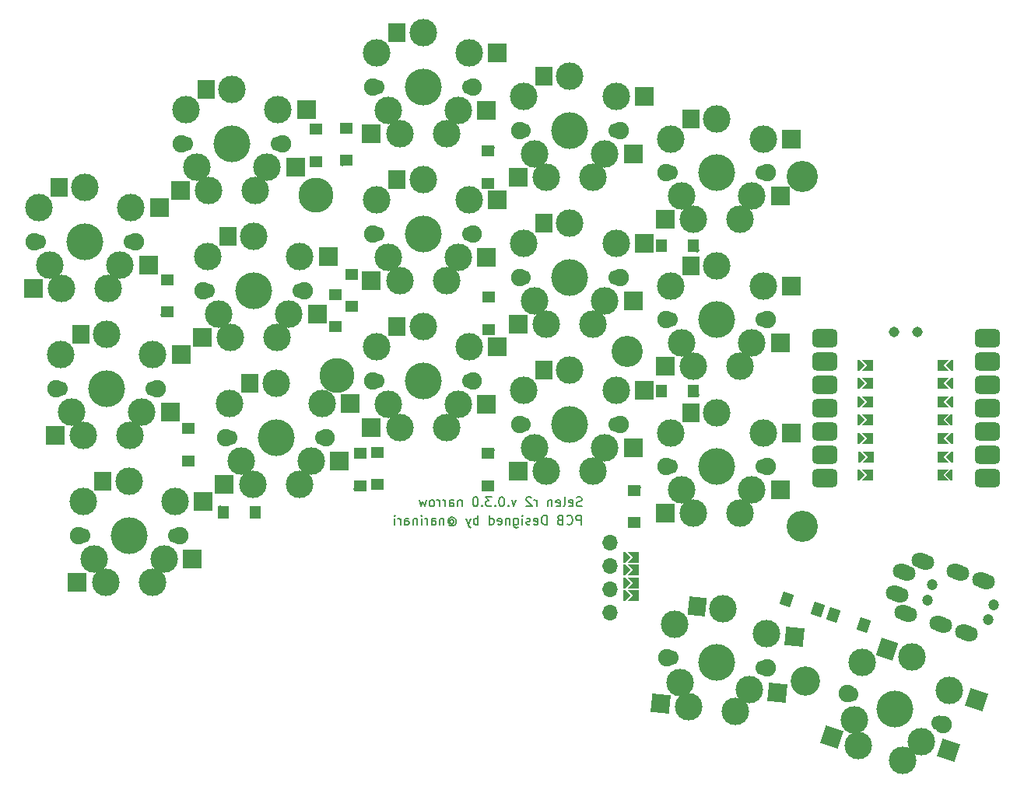
<source format=gbs>
%TF.GenerationSoftware,KiCad,Pcbnew,(6.0.8)*%
%TF.CreationDate,2022-10-28T13:14:18+09:00*%
%TF.ProjectId,selen-full_narrow,73656c65-6e2d-4667-956c-6c5f6e617272,rev?*%
%TF.SameCoordinates,Original*%
%TF.FileFunction,Soldermask,Bot*%
%TF.FilePolarity,Negative*%
%FSLAX46Y46*%
G04 Gerber Fmt 4.6, Leading zero omitted, Abs format (unit mm)*
G04 Created by KiCad (PCBNEW (6.0.8)) date 2022-10-28 13:14:18*
%MOMM*%
%LPD*%
G01*
G04 APERTURE LIST*
G04 Aperture macros list*
%AMRoundRect*
0 Rectangle with rounded corners*
0 $1 Rounding radius*
0 $2 $3 $4 $5 $6 $7 $8 $9 X,Y pos of 4 corners*
0 Add a 4 corners polygon primitive as box body*
4,1,4,$2,$3,$4,$5,$6,$7,$8,$9,$2,$3,0*
0 Add four circle primitives for the rounded corners*
1,1,$1+$1,$2,$3*
1,1,$1+$1,$4,$5*
1,1,$1+$1,$6,$7*
1,1,$1+$1,$8,$9*
0 Add four rect primitives between the rounded corners*
20,1,$1+$1,$2,$3,$4,$5,0*
20,1,$1+$1,$4,$5,$6,$7,0*
20,1,$1+$1,$6,$7,$8,$9,0*
20,1,$1+$1,$8,$9,$2,$3,0*%
%AMHorizOval*
0 Thick line with rounded ends*
0 $1 width*
0 $2 $3 position (X,Y) of the first rounded end (center of the circle)*
0 $4 $5 position (X,Y) of the second rounded end (center of the circle)*
0 Add line between two ends*
20,1,$1,$2,$3,$4,$5,0*
0 Add two circle primitives to create the rounded ends*
1,1,$1,$2,$3*
1,1,$1,$4,$5*%
%AMRotRect*
0 Rectangle, with rotation*
0 The origin of the aperture is its center*
0 $1 length*
0 $2 width*
0 $3 Rotation angle, in degrees counterclockwise*
0 Add horizontal line*
21,1,$1,$2,0,0,$3*%
%AMFreePoly0*
4,1,6,0.600000,0.200000,0.000000,-0.400000,-0.600000,0.200000,-0.600000,0.400000,0.600000,0.400000,0.600000,0.200000,0.600000,0.200000,$1*%
%AMFreePoly1*
4,1,6,0.600000,-0.250000,-0.600000,-0.250000,-0.600000,1.000000,0.000000,0.400000,0.600000,1.000000,0.600000,-0.250000,0.600000,-0.250000,$1*%
G04 Aperture macros list end*
%ADD10C,0.150000*%
%ADD11R,1.400000X1.200000*%
%ADD12C,0.500000*%
%ADD13RotRect,1.200000X1.400000X342.000000*%
%ADD14C,3.000000*%
%ADD15C,1.700000*%
%ADD16C,1.900000*%
%ADD17C,4.000000*%
%ADD18R,2.000000X2.000000*%
%ADD19R,1.900000X2.000000*%
%ADD20FreePoly0,90.000000*%
%ADD21O,1.700000X1.700000*%
%ADD22FreePoly1,90.000000*%
%ADD23R,1.200000X1.400000*%
%ADD24C,3.800000*%
%ADD25RotRect,2.000000X2.000000X354.000000*%
%ADD26RotRect,1.900000X2.000000X354.000000*%
%ADD27C,3.400000*%
%ADD28RotRect,2.000000X2.000000X342.000000*%
%ADD29RotRect,1.900000X2.000000X342.000000*%
%ADD30C,1.200000*%
%ADD31HorizOval,1.700000X-0.380423X0.123607X0.380423X-0.123607X0*%
%ADD32RoundRect,0.499745X-0.874395X-0.499745X0.874395X-0.499745X0.874395X0.499745X-0.874395X0.499745X0*%
%ADD33FreePoly0,270.000000*%
%ADD34FreePoly1,270.000000*%
%ADD35C,1.143000*%
%ADD36C,3.200000*%
G04 APERTURE END LIST*
D10*
X165576308Y-118052380D02*
X165576308Y-117052380D01*
X165195356Y-117052380D01*
X165100118Y-117100000D01*
X165052499Y-117147619D01*
X165004880Y-117242857D01*
X165004880Y-117385714D01*
X165052499Y-117480952D01*
X165100118Y-117528571D01*
X165195356Y-117576190D01*
X165576308Y-117576190D01*
X164004880Y-117957142D02*
X164052499Y-118004761D01*
X164195356Y-118052380D01*
X164290594Y-118052380D01*
X164433451Y-118004761D01*
X164528689Y-117909523D01*
X164576308Y-117814285D01*
X164623927Y-117623809D01*
X164623927Y-117480952D01*
X164576308Y-117290476D01*
X164528689Y-117195238D01*
X164433451Y-117100000D01*
X164290594Y-117052380D01*
X164195356Y-117052380D01*
X164052499Y-117100000D01*
X164004880Y-117147619D01*
X163242975Y-117528571D02*
X163100118Y-117576190D01*
X163052499Y-117623809D01*
X163004880Y-117719047D01*
X163004880Y-117861904D01*
X163052499Y-117957142D01*
X163100118Y-118004761D01*
X163195356Y-118052380D01*
X163576308Y-118052380D01*
X163576308Y-117052380D01*
X163242975Y-117052380D01*
X163147737Y-117100000D01*
X163100118Y-117147619D01*
X163052499Y-117242857D01*
X163052499Y-117338095D01*
X163100118Y-117433333D01*
X163147737Y-117480952D01*
X163242975Y-117528571D01*
X163576308Y-117528571D01*
X161814404Y-118052380D02*
X161814404Y-117052380D01*
X161576308Y-117052380D01*
X161433451Y-117100000D01*
X161338213Y-117195238D01*
X161290594Y-117290476D01*
X161242975Y-117480952D01*
X161242975Y-117623809D01*
X161290594Y-117814285D01*
X161338213Y-117909523D01*
X161433451Y-118004761D01*
X161576308Y-118052380D01*
X161814404Y-118052380D01*
X160433451Y-118004761D02*
X160528689Y-118052380D01*
X160719165Y-118052380D01*
X160814404Y-118004761D01*
X160862023Y-117909523D01*
X160862023Y-117528571D01*
X160814404Y-117433333D01*
X160719165Y-117385714D01*
X160528689Y-117385714D01*
X160433451Y-117433333D01*
X160385832Y-117528571D01*
X160385832Y-117623809D01*
X160862023Y-117719047D01*
X160004880Y-118004761D02*
X159909642Y-118052380D01*
X159719165Y-118052380D01*
X159623927Y-118004761D01*
X159576308Y-117909523D01*
X159576308Y-117861904D01*
X159623927Y-117766666D01*
X159719165Y-117719047D01*
X159862023Y-117719047D01*
X159957261Y-117671428D01*
X160004880Y-117576190D01*
X160004880Y-117528571D01*
X159957261Y-117433333D01*
X159862023Y-117385714D01*
X159719165Y-117385714D01*
X159623927Y-117433333D01*
X159147737Y-118052380D02*
X159147737Y-117385714D01*
X159147737Y-117052380D02*
X159195356Y-117100000D01*
X159147737Y-117147619D01*
X159100118Y-117100000D01*
X159147737Y-117052380D01*
X159147737Y-117147619D01*
X158242975Y-117385714D02*
X158242975Y-118195238D01*
X158290594Y-118290476D01*
X158338213Y-118338095D01*
X158433451Y-118385714D01*
X158576308Y-118385714D01*
X158671546Y-118338095D01*
X158242975Y-118004761D02*
X158338213Y-118052380D01*
X158528689Y-118052380D01*
X158623927Y-118004761D01*
X158671546Y-117957142D01*
X158719165Y-117861904D01*
X158719165Y-117576190D01*
X158671546Y-117480952D01*
X158623927Y-117433333D01*
X158528689Y-117385714D01*
X158338213Y-117385714D01*
X158242975Y-117433333D01*
X157766784Y-117385714D02*
X157766784Y-118052380D01*
X157766784Y-117480952D02*
X157719165Y-117433333D01*
X157623927Y-117385714D01*
X157481070Y-117385714D01*
X157385832Y-117433333D01*
X157338213Y-117528571D01*
X157338213Y-118052380D01*
X156481070Y-118004761D02*
X156576308Y-118052380D01*
X156766784Y-118052380D01*
X156862023Y-118004761D01*
X156909642Y-117909523D01*
X156909642Y-117528571D01*
X156862023Y-117433333D01*
X156766784Y-117385714D01*
X156576308Y-117385714D01*
X156481070Y-117433333D01*
X156433451Y-117528571D01*
X156433451Y-117623809D01*
X156909642Y-117719047D01*
X155576308Y-118052380D02*
X155576308Y-117052380D01*
X155576308Y-118004761D02*
X155671546Y-118052380D01*
X155862023Y-118052380D01*
X155957261Y-118004761D01*
X156004880Y-117957142D01*
X156052499Y-117861904D01*
X156052499Y-117576190D01*
X156004880Y-117480952D01*
X155957261Y-117433333D01*
X155862023Y-117385714D01*
X155671546Y-117385714D01*
X155576308Y-117433333D01*
X154338213Y-118052380D02*
X154338213Y-117052380D01*
X154338213Y-117433333D02*
X154242975Y-117385714D01*
X154052499Y-117385714D01*
X153957261Y-117433333D01*
X153909642Y-117480952D01*
X153862023Y-117576190D01*
X153862023Y-117861904D01*
X153909642Y-117957142D01*
X153957261Y-118004761D01*
X154052499Y-118052380D01*
X154242975Y-118052380D01*
X154338213Y-118004761D01*
X153528689Y-117385714D02*
X153290594Y-118052380D01*
X153052499Y-117385714D02*
X153290594Y-118052380D01*
X153385832Y-118290476D01*
X153433451Y-118338095D01*
X153528689Y-118385714D01*
X151290594Y-117576190D02*
X151338213Y-117528571D01*
X151433451Y-117480952D01*
X151528689Y-117480952D01*
X151623927Y-117528571D01*
X151671546Y-117576190D01*
X151719165Y-117671428D01*
X151719165Y-117766666D01*
X151671546Y-117861904D01*
X151623927Y-117909523D01*
X151528689Y-117957142D01*
X151433451Y-117957142D01*
X151338213Y-117909523D01*
X151290594Y-117861904D01*
X151290594Y-117480952D02*
X151290594Y-117861904D01*
X151242975Y-117909523D01*
X151195356Y-117909523D01*
X151100118Y-117861904D01*
X151052499Y-117766666D01*
X151052499Y-117528571D01*
X151147737Y-117385714D01*
X151290594Y-117290476D01*
X151481070Y-117242857D01*
X151671546Y-117290476D01*
X151814404Y-117385714D01*
X151909642Y-117528571D01*
X151957261Y-117719047D01*
X151909642Y-117909523D01*
X151814404Y-118052380D01*
X151671546Y-118147619D01*
X151481070Y-118195238D01*
X151290594Y-118147619D01*
X151147737Y-118052380D01*
X150623927Y-117385714D02*
X150623927Y-118052380D01*
X150623927Y-117480952D02*
X150576308Y-117433333D01*
X150481070Y-117385714D01*
X150338213Y-117385714D01*
X150242975Y-117433333D01*
X150195356Y-117528571D01*
X150195356Y-118052380D01*
X149290594Y-118052380D02*
X149290594Y-117528571D01*
X149338213Y-117433333D01*
X149433451Y-117385714D01*
X149623927Y-117385714D01*
X149719165Y-117433333D01*
X149290594Y-118004761D02*
X149385832Y-118052380D01*
X149623927Y-118052380D01*
X149719165Y-118004761D01*
X149766784Y-117909523D01*
X149766784Y-117814285D01*
X149719165Y-117719047D01*
X149623927Y-117671428D01*
X149385832Y-117671428D01*
X149290594Y-117623809D01*
X148814404Y-118052380D02*
X148814404Y-117385714D01*
X148814404Y-117576190D02*
X148766784Y-117480952D01*
X148719165Y-117433333D01*
X148623927Y-117385714D01*
X148528689Y-117385714D01*
X148195356Y-118052380D02*
X148195356Y-117385714D01*
X148195356Y-117052380D02*
X148242975Y-117100000D01*
X148195356Y-117147619D01*
X148147737Y-117100000D01*
X148195356Y-117052380D01*
X148195356Y-117147619D01*
X147719165Y-117385714D02*
X147719165Y-118052380D01*
X147719165Y-117480952D02*
X147671546Y-117433333D01*
X147576308Y-117385714D01*
X147433451Y-117385714D01*
X147338213Y-117433333D01*
X147290594Y-117528571D01*
X147290594Y-118052380D01*
X146385832Y-118052380D02*
X146385832Y-117528571D01*
X146433451Y-117433333D01*
X146528689Y-117385714D01*
X146719165Y-117385714D01*
X146814404Y-117433333D01*
X146385832Y-118004761D02*
X146481070Y-118052380D01*
X146719165Y-118052380D01*
X146814404Y-118004761D01*
X146862023Y-117909523D01*
X146862023Y-117814285D01*
X146814404Y-117719047D01*
X146719165Y-117671428D01*
X146481070Y-117671428D01*
X146385832Y-117623809D01*
X145909642Y-118052380D02*
X145909642Y-117385714D01*
X145909642Y-117576190D02*
X145862023Y-117480952D01*
X145814404Y-117433333D01*
X145719165Y-117385714D01*
X145623927Y-117385714D01*
X145290594Y-118052380D02*
X145290594Y-117385714D01*
X145290594Y-117052380D02*
X145338213Y-117100000D01*
X145290594Y-117147619D01*
X145242975Y-117100000D01*
X145290594Y-117052380D01*
X145290594Y-117147619D01*
X165623927Y-116004761D02*
X165481070Y-116052380D01*
X165242975Y-116052380D01*
X165147737Y-116004761D01*
X165100118Y-115957142D01*
X165052499Y-115861904D01*
X165052499Y-115766666D01*
X165100118Y-115671428D01*
X165147737Y-115623809D01*
X165242975Y-115576190D01*
X165433451Y-115528571D01*
X165528689Y-115480952D01*
X165576308Y-115433333D01*
X165623927Y-115338095D01*
X165623927Y-115242857D01*
X165576308Y-115147619D01*
X165528689Y-115100000D01*
X165433451Y-115052380D01*
X165195356Y-115052380D01*
X165052499Y-115100000D01*
X164242975Y-116004761D02*
X164338213Y-116052380D01*
X164528689Y-116052380D01*
X164623927Y-116004761D01*
X164671546Y-115909523D01*
X164671546Y-115528571D01*
X164623927Y-115433333D01*
X164528689Y-115385714D01*
X164338213Y-115385714D01*
X164242975Y-115433333D01*
X164195356Y-115528571D01*
X164195356Y-115623809D01*
X164671546Y-115719047D01*
X163623927Y-116052380D02*
X163719165Y-116004761D01*
X163766784Y-115909523D01*
X163766784Y-115052380D01*
X162862023Y-116004761D02*
X162957261Y-116052380D01*
X163147737Y-116052380D01*
X163242975Y-116004761D01*
X163290594Y-115909523D01*
X163290594Y-115528571D01*
X163242975Y-115433333D01*
X163147737Y-115385714D01*
X162957261Y-115385714D01*
X162862023Y-115433333D01*
X162814404Y-115528571D01*
X162814404Y-115623809D01*
X163290594Y-115719047D01*
X162385832Y-115385714D02*
X162385832Y-116052380D01*
X162385832Y-115480952D02*
X162338213Y-115433333D01*
X162242975Y-115385714D01*
X162100118Y-115385714D01*
X162004880Y-115433333D01*
X161957261Y-115528571D01*
X161957261Y-116052380D01*
X160719165Y-116052380D02*
X160719165Y-115385714D01*
X160719165Y-115576190D02*
X160671546Y-115480952D01*
X160623927Y-115433333D01*
X160528689Y-115385714D01*
X160433451Y-115385714D01*
X160147737Y-115147619D02*
X160100118Y-115100000D01*
X160004880Y-115052380D01*
X159766784Y-115052380D01*
X159671546Y-115100000D01*
X159623927Y-115147619D01*
X159576308Y-115242857D01*
X159576308Y-115338095D01*
X159623927Y-115480952D01*
X160195356Y-116052380D01*
X159576308Y-116052380D01*
X158481070Y-115385714D02*
X158242975Y-116052380D01*
X158004880Y-115385714D01*
X157623927Y-115957142D02*
X157576308Y-116004761D01*
X157623927Y-116052380D01*
X157671546Y-116004761D01*
X157623927Y-115957142D01*
X157623927Y-116052380D01*
X156957261Y-115052380D02*
X156862023Y-115052380D01*
X156766784Y-115100000D01*
X156719165Y-115147619D01*
X156671546Y-115242857D01*
X156623927Y-115433333D01*
X156623927Y-115671428D01*
X156671546Y-115861904D01*
X156719165Y-115957142D01*
X156766784Y-116004761D01*
X156862023Y-116052380D01*
X156957261Y-116052380D01*
X157052499Y-116004761D01*
X157100118Y-115957142D01*
X157147737Y-115861904D01*
X157195356Y-115671428D01*
X157195356Y-115433333D01*
X157147737Y-115242857D01*
X157100118Y-115147619D01*
X157052499Y-115100000D01*
X156957261Y-115052380D01*
X156195356Y-115957142D02*
X156147737Y-116004761D01*
X156195356Y-116052380D01*
X156242975Y-116004761D01*
X156195356Y-115957142D01*
X156195356Y-116052380D01*
X155814404Y-115052380D02*
X155195356Y-115052380D01*
X155528689Y-115433333D01*
X155385832Y-115433333D01*
X155290594Y-115480952D01*
X155242975Y-115528571D01*
X155195356Y-115623809D01*
X155195356Y-115861904D01*
X155242975Y-115957142D01*
X155290594Y-116004761D01*
X155385832Y-116052380D01*
X155671546Y-116052380D01*
X155766784Y-116004761D01*
X155814404Y-115957142D01*
X154766784Y-115957142D02*
X154719165Y-116004761D01*
X154766784Y-116052380D01*
X154814404Y-116004761D01*
X154766784Y-115957142D01*
X154766784Y-116052380D01*
X154100118Y-115052380D02*
X154004880Y-115052380D01*
X153909642Y-115100000D01*
X153862023Y-115147619D01*
X153814404Y-115242857D01*
X153766784Y-115433333D01*
X153766784Y-115671428D01*
X153814404Y-115861904D01*
X153862023Y-115957142D01*
X153909642Y-116004761D01*
X154004880Y-116052380D01*
X154100118Y-116052380D01*
X154195356Y-116004761D01*
X154242975Y-115957142D01*
X154290594Y-115861904D01*
X154338213Y-115671428D01*
X154338213Y-115433333D01*
X154290594Y-115242857D01*
X154242975Y-115147619D01*
X154195356Y-115100000D01*
X154100118Y-115052380D01*
X152576308Y-115385714D02*
X152576308Y-116052380D01*
X152576308Y-115480952D02*
X152528689Y-115433333D01*
X152433451Y-115385714D01*
X152290594Y-115385714D01*
X152195356Y-115433333D01*
X152147737Y-115528571D01*
X152147737Y-116052380D01*
X151242975Y-116052380D02*
X151242975Y-115528571D01*
X151290594Y-115433333D01*
X151385832Y-115385714D01*
X151576308Y-115385714D01*
X151671546Y-115433333D01*
X151242975Y-116004761D02*
X151338213Y-116052380D01*
X151576308Y-116052380D01*
X151671546Y-116004761D01*
X151719165Y-115909523D01*
X151719165Y-115814285D01*
X151671546Y-115719047D01*
X151576308Y-115671428D01*
X151338213Y-115671428D01*
X151242975Y-115623809D01*
X150766784Y-116052380D02*
X150766784Y-115385714D01*
X150766784Y-115576190D02*
X150719165Y-115480952D01*
X150671546Y-115433333D01*
X150576308Y-115385714D01*
X150481070Y-115385714D01*
X150147737Y-116052380D02*
X150147737Y-115385714D01*
X150147737Y-115576190D02*
X150100118Y-115480952D01*
X150052499Y-115433333D01*
X149957261Y-115385714D01*
X149862023Y-115385714D01*
X149385832Y-116052380D02*
X149481070Y-116004761D01*
X149528689Y-115957142D01*
X149576308Y-115861904D01*
X149576308Y-115576190D01*
X149528689Y-115480952D01*
X149481070Y-115433333D01*
X149385832Y-115385714D01*
X149242975Y-115385714D01*
X149147737Y-115433333D01*
X149100118Y-115480952D01*
X149052499Y-115576190D01*
X149052499Y-115861904D01*
X149100118Y-115957142D01*
X149147737Y-116004761D01*
X149242975Y-116052380D01*
X149385832Y-116052380D01*
X148719165Y-115385714D02*
X148528689Y-116052380D01*
X148338213Y-115576190D01*
X148147737Y-116052380D01*
X147957261Y-115385714D01*
D11*
%TO.C,D9*%
X155500000Y-93300000D03*
D12*
X155950000Y-92950000D03*
X155050000Y-97150000D03*
D11*
X155500000Y-96800000D03*
%TD*%
D12*
%TO.C,D4*%
X155898000Y-77022000D03*
D11*
X155448000Y-77372000D03*
D12*
X154998000Y-81222000D03*
D11*
X155448000Y-80872000D03*
%TD*%
D12*
%TO.C,D12*%
X141950000Y-109950000D03*
D11*
X141500000Y-110300000D03*
D12*
X141050000Y-114150000D03*
D11*
X141500000Y-113800000D03*
%TD*%
D12*
%TO.C,D17*%
X192795490Y-127382309D03*
D13*
X192989302Y-127918440D03*
X196318000Y-129000000D03*
D12*
X196511812Y-129536131D03*
%TD*%
D14*
%TO.C,SW1*%
X109038000Y-92301500D03*
D15*
X116658000Y-87221500D03*
X106498000Y-87221500D03*
D14*
X107768000Y-89761500D03*
X106578000Y-83521500D03*
D16*
X117078000Y-87221500D03*
X106078000Y-87221500D03*
D14*
X115388000Y-89761500D03*
X111578000Y-81321500D03*
X114118000Y-92301500D03*
X116578000Y-83521500D03*
D17*
X111578000Y-87221500D03*
D18*
X118478000Y-89761500D03*
X119678000Y-83521500D03*
D19*
X108778000Y-81321500D03*
D18*
X105978000Y-92301500D03*
%TD*%
D14*
%TO.C,SW13*%
X145801000Y-107473750D03*
X148341000Y-96493750D03*
D17*
X148341000Y-102393750D03*
D14*
X153341000Y-98693750D03*
X143341000Y-98693750D03*
X152151000Y-104933750D03*
D16*
X142841000Y-102393750D03*
D15*
X143261000Y-102393750D03*
D14*
X144531000Y-104933750D03*
X150881000Y-107473750D03*
D15*
X153421000Y-102393750D03*
D16*
X153841000Y-102393750D03*
D18*
X156441000Y-98693750D03*
X155241000Y-104933750D03*
X142741000Y-107473750D03*
D19*
X145541000Y-96493750D03*
%TD*%
D11*
%TO.C,D15*%
X171350000Y-117850000D03*
D12*
X170900000Y-118200000D03*
D11*
X171350000Y-114350000D03*
D12*
X171800000Y-114000000D03*
%TD*%
D11*
%TO.C,D8*%
X140600000Y-94300000D03*
D12*
X140150000Y-94650000D03*
X141050000Y-90450000D03*
D11*
X140600000Y-90800000D03*
%TD*%
D20*
%TO.C,J2*%
X170600000Y-123000000D03*
D21*
X168700000Y-125080000D03*
X168700000Y-122540000D03*
D20*
X170600000Y-124400000D03*
D21*
X168700000Y-120000000D03*
D20*
X170600000Y-121600000D03*
X170600000Y-125800000D03*
D21*
X168700000Y-127620000D03*
D22*
X171600000Y-121600000D03*
X171600000Y-123000000D03*
X171600000Y-124400000D03*
X171600000Y-125800000D03*
%TD*%
D14*
%TO.C,SW7*%
X134959750Y-88885000D03*
X127419750Y-97665000D03*
D16*
X135459750Y-92585000D03*
D15*
X124879750Y-92585000D03*
D14*
X129959750Y-86685000D03*
X124959750Y-88885000D03*
X126149750Y-95125000D03*
X132499750Y-97665000D03*
D17*
X129959750Y-92585000D03*
D16*
X124459750Y-92585000D03*
D14*
X133769750Y-95125000D03*
D15*
X135039750Y-92585000D03*
D18*
X138059750Y-88885000D03*
X136859750Y-95125000D03*
D19*
X127159750Y-86685000D03*
D18*
X124359750Y-97665000D03*
%TD*%
D12*
%TO.C,D11*%
X130450000Y-117150000D03*
D23*
X130100000Y-116700000D03*
D12*
X126250000Y-116250000D03*
D23*
X126600000Y-116700000D03*
%TD*%
D24*
%TO.C,REF\u002A\u002A*%
X136700000Y-82200000D03*
%TD*%
D14*
%TO.C,SW6*%
X118959750Y-99521500D03*
D16*
X108459750Y-103221500D03*
D15*
X119039750Y-103221500D03*
D14*
X108959750Y-99521500D03*
X110149750Y-105761500D03*
D17*
X113959750Y-103221500D03*
D14*
X111419750Y-108301500D03*
X117769750Y-105761500D03*
D16*
X119459750Y-103221500D03*
D14*
X116499750Y-108301500D03*
X113959750Y-97321500D03*
D15*
X108879750Y-103221500D03*
D18*
X120859750Y-105761500D03*
X122059750Y-99521500D03*
X108359750Y-108301500D03*
D19*
X111159750Y-97321500D03*
%TD*%
D17*
%TO.C,SW11*%
X116341000Y-119221250D03*
D15*
X121421000Y-119221250D03*
D14*
X118881000Y-124301250D03*
D16*
X110841000Y-119221250D03*
D14*
X120151000Y-121761250D03*
X111341000Y-115521250D03*
D15*
X111261000Y-119221250D03*
D16*
X121841000Y-119221250D03*
D14*
X112531000Y-121761250D03*
X116341000Y-113321250D03*
X121341000Y-115521250D03*
X113801000Y-124301250D03*
D18*
X124441000Y-115521250D03*
X123241000Y-121761250D03*
X110741000Y-124301250D03*
D19*
X113541000Y-113321250D03*
%TD*%
D16*
%TO.C,SW8*%
X142841000Y-86393750D03*
D14*
X153341000Y-82693750D03*
X150881000Y-91473750D03*
D17*
X148341000Y-86393750D03*
D14*
X148341000Y-80493750D03*
X152151000Y-88933750D03*
X143341000Y-82693750D03*
X144531000Y-88933750D03*
D15*
X143261000Y-86393750D03*
X153421000Y-86393750D03*
D14*
X145801000Y-91473750D03*
D16*
X153841000Y-86393750D03*
D18*
X156441000Y-82693750D03*
X155241000Y-88933750D03*
D19*
X145541000Y-80493750D03*
D18*
X142741000Y-91473750D03*
%TD*%
D16*
%TO.C,SW10*%
X174840000Y-95759750D03*
D14*
X184150000Y-98299750D03*
D15*
X185420000Y-95759750D03*
D17*
X180340000Y-95759750D03*
D16*
X185840000Y-95759750D03*
D14*
X175340000Y-92059750D03*
X180340000Y-89859750D03*
X176530000Y-98299750D03*
D15*
X175260000Y-95759750D03*
D14*
X185340000Y-92059750D03*
X177800000Y-100839750D03*
X182880000Y-100839750D03*
D18*
X187240000Y-98299750D03*
X188440000Y-92059750D03*
D19*
X177540000Y-89859750D03*
D18*
X174740000Y-100839750D03*
%TD*%
D15*
%TO.C,SW15*%
X185420000Y-111760000D03*
X175260000Y-111760000D03*
D14*
X185340000Y-108060000D03*
D16*
X185840000Y-111760000D03*
X174840000Y-111760000D03*
D14*
X180340000Y-105860000D03*
X176530000Y-114300000D03*
X177800000Y-116840000D03*
X175340000Y-108060000D03*
D17*
X180340000Y-111760000D03*
D14*
X184150000Y-114300000D03*
X182880000Y-116840000D03*
D18*
X188440000Y-108060000D03*
X187240000Y-114300000D03*
D19*
X177540000Y-105860000D03*
D18*
X174740000Y-116840000D03*
%TD*%
D15*
%TO.C,SW3*%
X143261000Y-70393750D03*
D14*
X153341000Y-66693750D03*
D16*
X142841000Y-70393750D03*
X153841000Y-70393750D03*
D15*
X153421000Y-70393750D03*
D14*
X148341000Y-64493750D03*
X145801000Y-75473750D03*
X144531000Y-72933750D03*
X150881000Y-75473750D03*
D17*
X148341000Y-70393750D03*
D14*
X152151000Y-72933750D03*
X143341000Y-66693750D03*
D18*
X156441000Y-66693750D03*
X155241000Y-72933750D03*
X142741000Y-75473750D03*
D19*
X145541000Y-64493750D03*
%TD*%
D15*
%TO.C,SW16*%
X175287829Y-132565577D03*
D14*
X176285369Y-135224414D03*
D16*
X174870130Y-132521675D03*
D17*
X180340000Y-133096582D03*
D14*
X180956718Y-127228903D03*
X183863626Y-136020921D03*
X185699365Y-129939493D03*
X177282910Y-137883251D03*
D15*
X185392171Y-133627587D03*
D16*
X185809870Y-133671489D03*
D14*
X182335081Y-138414256D03*
X175754146Y-128894209D03*
D25*
X186936699Y-136343914D03*
X188782383Y-130263532D03*
D26*
X178172057Y-126936223D03*
D25*
X174239673Y-137563394D03*
%TD*%
D11*
%TO.C,D3*%
X140000000Y-78400000D03*
D12*
X139550000Y-78750000D03*
X140450000Y-74550000D03*
D11*
X140000000Y-74900000D03*
%TD*%
D23*
%TO.C,D5*%
X177800000Y-87700000D03*
D12*
X178150000Y-88150000D03*
X173950000Y-87250000D03*
D23*
X174300000Y-87700000D03*
%TD*%
D11*
%TO.C,D1*%
X120500000Y-94900000D03*
D12*
X120050000Y-95250000D03*
D11*
X120500000Y-91400000D03*
D12*
X120950000Y-91050000D03*
%TD*%
D14*
%TO.C,SW2*%
X131388500Y-79125000D03*
X123768500Y-79125000D03*
X122578500Y-72885000D03*
D15*
X122498500Y-76585000D03*
D14*
X127578500Y-70685000D03*
D17*
X127578500Y-76585000D03*
D14*
X130118500Y-81665000D03*
X132578500Y-72885000D03*
D16*
X122078500Y-76585000D03*
D15*
X132658500Y-76585000D03*
D16*
X133078500Y-76585000D03*
D14*
X125038500Y-81665000D03*
D18*
X135678500Y-72885000D03*
X134478500Y-79125000D03*
X121978500Y-81665000D03*
D19*
X124778500Y-70685000D03*
%TD*%
D27*
%TO.C,REF\u002A\u002A*%
X170600000Y-99200000D03*
X189650000Y-118250000D03*
X189650000Y-80150000D03*
%TD*%
D15*
%TO.C,SW9*%
X169420500Y-91156250D03*
D17*
X164340500Y-91156250D03*
D14*
X168150500Y-93696250D03*
X166880500Y-96236250D03*
X161800500Y-96236250D03*
X164340500Y-85256250D03*
D16*
X158840500Y-91156250D03*
D14*
X160530500Y-93696250D03*
D15*
X159260500Y-91156250D03*
D14*
X159340500Y-87456250D03*
D16*
X169840500Y-91156250D03*
D14*
X169340500Y-87456250D03*
D18*
X171240500Y-93696250D03*
X172440500Y-87456250D03*
X158740500Y-96236250D03*
D19*
X161540500Y-85256250D03*
%TD*%
D14*
%TO.C,SW5*%
X182880000Y-84839750D03*
X184150000Y-82299750D03*
X175340000Y-76059750D03*
X177800000Y-84839750D03*
D15*
X175260000Y-79759750D03*
D16*
X185840000Y-79759750D03*
D17*
X180340000Y-79759750D03*
D16*
X174840000Y-79759750D03*
D14*
X176530000Y-82299750D03*
X185340000Y-76059750D03*
D15*
X185420000Y-79759750D03*
D14*
X180340000Y-73859750D03*
D18*
X188440000Y-76059750D03*
X187240000Y-82299750D03*
X174740000Y-84839750D03*
D19*
X177540000Y-73859750D03*
%TD*%
D13*
%TO.C,D16*%
X187951204Y-126224671D03*
D12*
X187757392Y-125688540D03*
X191473714Y-127842362D03*
D13*
X191279902Y-127306231D03*
%TD*%
D11*
%TO.C,D13*%
X143400000Y-113700000D03*
D12*
X142950000Y-114050000D03*
X143850000Y-109850000D03*
D11*
X143400000Y-110200000D03*
%TD*%
D12*
%TO.C,D10*%
X178150000Y-103950000D03*
D23*
X177800000Y-103500000D03*
D12*
X173950000Y-103050000D03*
D23*
X174300000Y-103500000D03*
%TD*%
D14*
%TO.C,SW17*%
X201548103Y-132501267D03*
X195316475Y-139350829D03*
D15*
X204556270Y-139682306D03*
D14*
X195739413Y-142158964D03*
X196112983Y-133048506D03*
X200570780Y-143728770D03*
D16*
X204955714Y-139812093D03*
D17*
X199724903Y-138112500D03*
D16*
X194494092Y-136412907D03*
D14*
X202563525Y-141705538D03*
D15*
X194893536Y-136542694D03*
D14*
X205623548Y-136138676D03*
D28*
X208571824Y-137096629D03*
X205502290Y-142660401D03*
X192829180Y-141213372D03*
D29*
X198885145Y-131636019D03*
%TD*%
D14*
%TO.C,SW12*%
X129801000Y-113665000D03*
D15*
X137421000Y-108585000D03*
D17*
X132341000Y-108585000D03*
D15*
X127261000Y-108585000D03*
D14*
X134881000Y-113665000D03*
X128531000Y-111125000D03*
D16*
X126841000Y-108585000D03*
D14*
X127341000Y-104885000D03*
X137341000Y-104885000D03*
X132341000Y-102685000D03*
D16*
X137841000Y-108585000D03*
D14*
X136151000Y-111125000D03*
D18*
X139241000Y-111125000D03*
X140441000Y-104885000D03*
X126741000Y-113665000D03*
D19*
X129541000Y-102685000D03*
%TD*%
D11*
%TO.C,D14*%
X155448000Y-110300000D03*
D12*
X155898000Y-109950000D03*
D11*
X155448000Y-113800000D03*
D12*
X154998000Y-114150000D03*
%TD*%
D30*
%TO.C,J1*%
X203765907Y-124595283D03*
X210423303Y-126758402D03*
X209882523Y-128422751D03*
X203225128Y-126259632D03*
D31*
X199978485Y-125572745D03*
X200735577Y-123242657D03*
X209360337Y-124204952D03*
X207521686Y-129863739D03*
X204668516Y-128936688D03*
X206507167Y-123277901D03*
X202702941Y-122041833D03*
X200864290Y-127700620D03*
%TD*%
D12*
%TO.C,D2*%
X137150000Y-74650000D03*
D11*
X136700000Y-75000000D03*
X136700000Y-78500000D03*
D12*
X136250000Y-78850000D03*
%TD*%
D24*
%TO.C,REF\u002A\u002A*%
X139000000Y-101854000D03*
%TD*%
D14*
%TO.C,SW14*%
X160530500Y-109696250D03*
D16*
X158840500Y-107156250D03*
D17*
X164340500Y-107156250D03*
D15*
X159260500Y-107156250D03*
D14*
X164340500Y-101256250D03*
X159340500Y-103456250D03*
X169340500Y-103456250D03*
D16*
X169840500Y-107156250D03*
D15*
X169420500Y-107156250D03*
D14*
X168150500Y-109696250D03*
X161800500Y-112236250D03*
X166880500Y-112236250D03*
D18*
X171240500Y-109696250D03*
X172440500Y-103456250D03*
X158740500Y-112236250D03*
D19*
X161540500Y-101256250D03*
%TD*%
D12*
%TO.C,D7*%
X139250000Y-92650000D03*
D11*
X138800000Y-93000000D03*
D12*
X138350000Y-96850000D03*
D11*
X138800000Y-96500000D03*
%TD*%
D16*
%TO.C,SW4*%
X169840500Y-75156250D03*
D14*
X168150500Y-77696250D03*
X164340500Y-69256250D03*
X159340500Y-71456250D03*
D15*
X169420500Y-75156250D03*
D17*
X164340500Y-75156250D03*
D15*
X159260500Y-75156250D03*
D14*
X169340500Y-71456250D03*
X160530500Y-77696250D03*
D16*
X158840500Y-75156250D03*
D14*
X161800500Y-80236250D03*
X166880500Y-80236250D03*
D18*
X171240500Y-77696250D03*
X172440500Y-71456250D03*
X158740500Y-80236250D03*
D19*
X161540500Y-69256250D03*
%TD*%
D32*
%TO.C,U1*%
X192088184Y-107891296D03*
D33*
X205588184Y-100687504D03*
D32*
X209755064Y-102811296D03*
X209755064Y-110431296D03*
D20*
X196063796Y-106687504D03*
D32*
X209755064Y-100271296D03*
X209755064Y-105351296D03*
D33*
X205563796Y-106687504D03*
X205588184Y-110687504D03*
X205588184Y-102687504D03*
D20*
X196088184Y-104687504D03*
X196112572Y-110687504D03*
D32*
X192088184Y-110431296D03*
D33*
X205563796Y-112687504D03*
D32*
X192088184Y-105351296D03*
X192088184Y-102811296D03*
X192088184Y-112971296D03*
D20*
X196088184Y-108687504D03*
X196088184Y-100687504D03*
D32*
X209755064Y-107891296D03*
D20*
X196063796Y-112687504D03*
D32*
X192088184Y-100271296D03*
D20*
X196088184Y-102687504D03*
D32*
X192088184Y-97731296D03*
X209755064Y-97731296D03*
D33*
X205588184Y-104687504D03*
D32*
X209755064Y-112971296D03*
D33*
X205588184Y-108687504D03*
D22*
X197088184Y-100687504D03*
X197088184Y-102687504D03*
X197088184Y-104687504D03*
X197063796Y-106687504D03*
X197088184Y-108687504D03*
X197112572Y-110687504D03*
X197063796Y-112687504D03*
D34*
X204563796Y-112687504D03*
X204588184Y-110687504D03*
X204588184Y-108687504D03*
X204563796Y-106687504D03*
X204588184Y-104687504D03*
X204588184Y-102687504D03*
X204588184Y-100687504D03*
D35*
X202139381Y-97044929D03*
X199599381Y-97044929D03*
%TD*%
D36*
%TO.C,REF\u002A\u002A*%
X189992000Y-135128000D03*
X189992000Y-135128000D03*
%TD*%
D12*
%TO.C,D6*%
X122350000Y-111450000D03*
D11*
X122800000Y-111100000D03*
X122800000Y-107600000D03*
D12*
X123250000Y-107250000D03*
%TD*%
M02*

</source>
